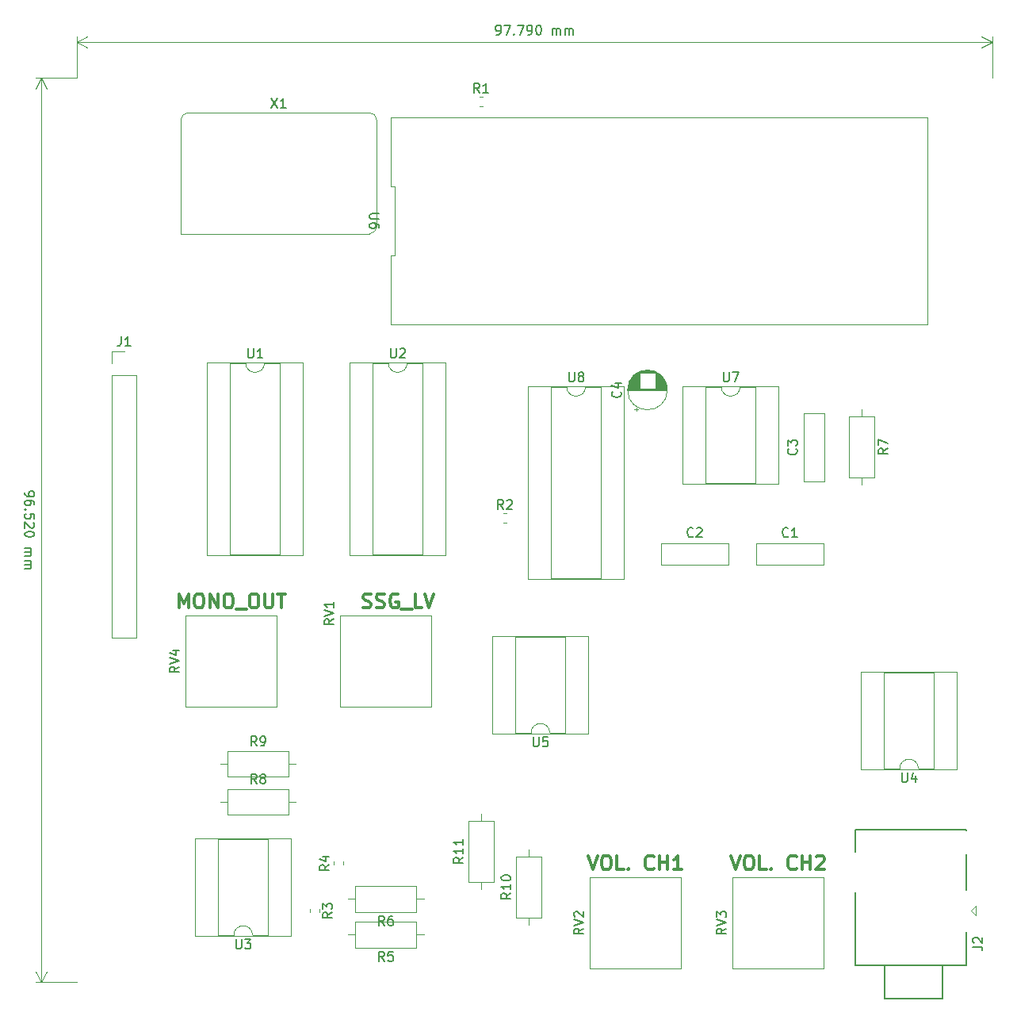
<source format=gto>
G04 #@! TF.GenerationSoftware,KiCad,Pcbnew,(5.1.4)-1*
G04 #@! TF.CreationDate,2020-01-15T00:46:40+09:00*
G04 #@! TF.ProjectId,m5fm,6d35666d-2e6b-4696-9361-645f70636258,rev?*
G04 #@! TF.SameCoordinates,Original*
G04 #@! TF.FileFunction,Legend,Top*
G04 #@! TF.FilePolarity,Positive*
%FSLAX46Y46*%
G04 Gerber Fmt 4.6, Leading zero omitted, Abs format (unit mm)*
G04 Created by KiCad (PCBNEW (5.1.4)-1) date 2020-01-15 00:46:40*
%MOMM*%
%LPD*%
G04 APERTURE LIST*
%ADD10C,0.300000*%
%ADD11C,0.150000*%
%ADD12C,0.120000*%
G04 APERTURE END LIST*
D10*
X92805714Y-84427142D02*
X93020000Y-84498571D01*
X93377142Y-84498571D01*
X93520000Y-84427142D01*
X93591428Y-84355714D01*
X93662857Y-84212857D01*
X93662857Y-84070000D01*
X93591428Y-83927142D01*
X93520000Y-83855714D01*
X93377142Y-83784285D01*
X93091428Y-83712857D01*
X92948571Y-83641428D01*
X92877142Y-83570000D01*
X92805714Y-83427142D01*
X92805714Y-83284285D01*
X92877142Y-83141428D01*
X92948571Y-83070000D01*
X93091428Y-82998571D01*
X93448571Y-82998571D01*
X93662857Y-83070000D01*
X94234285Y-84427142D02*
X94448571Y-84498571D01*
X94805714Y-84498571D01*
X94948571Y-84427142D01*
X95020000Y-84355714D01*
X95091428Y-84212857D01*
X95091428Y-84070000D01*
X95020000Y-83927142D01*
X94948571Y-83855714D01*
X94805714Y-83784285D01*
X94520000Y-83712857D01*
X94377142Y-83641428D01*
X94305714Y-83570000D01*
X94234285Y-83427142D01*
X94234285Y-83284285D01*
X94305714Y-83141428D01*
X94377142Y-83070000D01*
X94520000Y-82998571D01*
X94877142Y-82998571D01*
X95091428Y-83070000D01*
X96520000Y-83070000D02*
X96377142Y-82998571D01*
X96162857Y-82998571D01*
X95948571Y-83070000D01*
X95805714Y-83212857D01*
X95734285Y-83355714D01*
X95662857Y-83641428D01*
X95662857Y-83855714D01*
X95734285Y-84141428D01*
X95805714Y-84284285D01*
X95948571Y-84427142D01*
X96162857Y-84498571D01*
X96305714Y-84498571D01*
X96520000Y-84427142D01*
X96591428Y-84355714D01*
X96591428Y-83855714D01*
X96305714Y-83855714D01*
X96877142Y-84641428D02*
X98020000Y-84641428D01*
X99091428Y-84498571D02*
X98377142Y-84498571D01*
X98377142Y-82998571D01*
X99377142Y-82998571D02*
X99877142Y-84498571D01*
X100377142Y-82998571D01*
X73168571Y-84498571D02*
X73168571Y-82998571D01*
X73668571Y-84070000D01*
X74168571Y-82998571D01*
X74168571Y-84498571D01*
X75168571Y-82998571D02*
X75454285Y-82998571D01*
X75597142Y-83070000D01*
X75740000Y-83212857D01*
X75811428Y-83498571D01*
X75811428Y-83998571D01*
X75740000Y-84284285D01*
X75597142Y-84427142D01*
X75454285Y-84498571D01*
X75168571Y-84498571D01*
X75025714Y-84427142D01*
X74882857Y-84284285D01*
X74811428Y-83998571D01*
X74811428Y-83498571D01*
X74882857Y-83212857D01*
X75025714Y-83070000D01*
X75168571Y-82998571D01*
X76454285Y-84498571D02*
X76454285Y-82998571D01*
X77311428Y-84498571D01*
X77311428Y-82998571D01*
X78311428Y-82998571D02*
X78597142Y-82998571D01*
X78740000Y-83070000D01*
X78882857Y-83212857D01*
X78954285Y-83498571D01*
X78954285Y-83998571D01*
X78882857Y-84284285D01*
X78740000Y-84427142D01*
X78597142Y-84498571D01*
X78311428Y-84498571D01*
X78168571Y-84427142D01*
X78025714Y-84284285D01*
X77954285Y-83998571D01*
X77954285Y-83498571D01*
X78025714Y-83212857D01*
X78168571Y-83070000D01*
X78311428Y-82998571D01*
X79240000Y-84641428D02*
X80382857Y-84641428D01*
X81025714Y-82998571D02*
X81311428Y-82998571D01*
X81454285Y-83070000D01*
X81597142Y-83212857D01*
X81668571Y-83498571D01*
X81668571Y-83998571D01*
X81597142Y-84284285D01*
X81454285Y-84427142D01*
X81311428Y-84498571D01*
X81025714Y-84498571D01*
X80882857Y-84427142D01*
X80740000Y-84284285D01*
X80668571Y-83998571D01*
X80668571Y-83498571D01*
X80740000Y-83212857D01*
X80882857Y-83070000D01*
X81025714Y-82998571D01*
X82311428Y-82998571D02*
X82311428Y-84212857D01*
X82382857Y-84355714D01*
X82454285Y-84427142D01*
X82597142Y-84498571D01*
X82882857Y-84498571D01*
X83025714Y-84427142D01*
X83097142Y-84355714D01*
X83168571Y-84212857D01*
X83168571Y-82998571D01*
X83668571Y-82998571D02*
X84525714Y-82998571D01*
X84097142Y-84498571D02*
X84097142Y-82998571D01*
X116848571Y-110938571D02*
X117348571Y-112438571D01*
X117848571Y-110938571D01*
X118634285Y-110938571D02*
X118920000Y-110938571D01*
X119062857Y-111010000D01*
X119205714Y-111152857D01*
X119277142Y-111438571D01*
X119277142Y-111938571D01*
X119205714Y-112224285D01*
X119062857Y-112367142D01*
X118920000Y-112438571D01*
X118634285Y-112438571D01*
X118491428Y-112367142D01*
X118348571Y-112224285D01*
X118277142Y-111938571D01*
X118277142Y-111438571D01*
X118348571Y-111152857D01*
X118491428Y-111010000D01*
X118634285Y-110938571D01*
X120634285Y-112438571D02*
X119920000Y-112438571D01*
X119920000Y-110938571D01*
X121134285Y-112295714D02*
X121205714Y-112367142D01*
X121134285Y-112438571D01*
X121062857Y-112367142D01*
X121134285Y-112295714D01*
X121134285Y-112438571D01*
X123848571Y-112295714D02*
X123777142Y-112367142D01*
X123562857Y-112438571D01*
X123420000Y-112438571D01*
X123205714Y-112367142D01*
X123062857Y-112224285D01*
X122991428Y-112081428D01*
X122920000Y-111795714D01*
X122920000Y-111581428D01*
X122991428Y-111295714D01*
X123062857Y-111152857D01*
X123205714Y-111010000D01*
X123420000Y-110938571D01*
X123562857Y-110938571D01*
X123777142Y-111010000D01*
X123848571Y-111081428D01*
X124491428Y-112438571D02*
X124491428Y-110938571D01*
X124491428Y-111652857D02*
X125348571Y-111652857D01*
X125348571Y-112438571D02*
X125348571Y-110938571D01*
X126848571Y-112438571D02*
X125991428Y-112438571D01*
X126420000Y-112438571D02*
X126420000Y-110938571D01*
X126277142Y-111152857D01*
X126134285Y-111295714D01*
X125991428Y-111367142D01*
X132088571Y-110938571D02*
X132588571Y-112438571D01*
X133088571Y-110938571D01*
X133874285Y-110938571D02*
X134160000Y-110938571D01*
X134302857Y-111010000D01*
X134445714Y-111152857D01*
X134517142Y-111438571D01*
X134517142Y-111938571D01*
X134445714Y-112224285D01*
X134302857Y-112367142D01*
X134160000Y-112438571D01*
X133874285Y-112438571D01*
X133731428Y-112367142D01*
X133588571Y-112224285D01*
X133517142Y-111938571D01*
X133517142Y-111438571D01*
X133588571Y-111152857D01*
X133731428Y-111010000D01*
X133874285Y-110938571D01*
X135874285Y-112438571D02*
X135160000Y-112438571D01*
X135160000Y-110938571D01*
X136374285Y-112295714D02*
X136445714Y-112367142D01*
X136374285Y-112438571D01*
X136302857Y-112367142D01*
X136374285Y-112295714D01*
X136374285Y-112438571D01*
X139088571Y-112295714D02*
X139017142Y-112367142D01*
X138802857Y-112438571D01*
X138660000Y-112438571D01*
X138445714Y-112367142D01*
X138302857Y-112224285D01*
X138231428Y-112081428D01*
X138160000Y-111795714D01*
X138160000Y-111581428D01*
X138231428Y-111295714D01*
X138302857Y-111152857D01*
X138445714Y-111010000D01*
X138660000Y-110938571D01*
X138802857Y-110938571D01*
X139017142Y-111010000D01*
X139088571Y-111081428D01*
X139731428Y-112438571D02*
X139731428Y-110938571D01*
X139731428Y-111652857D02*
X140588571Y-111652857D01*
X140588571Y-112438571D02*
X140588571Y-110938571D01*
X141231428Y-111081428D02*
X141302857Y-111010000D01*
X141445714Y-110938571D01*
X141802857Y-110938571D01*
X141945714Y-111010000D01*
X142017142Y-111081428D01*
X142088571Y-111224285D01*
X142088571Y-111367142D01*
X142017142Y-111581428D01*
X141160000Y-112438571D01*
X142088571Y-112438571D01*
D11*
X56697619Y-72152380D02*
X56697619Y-72342857D01*
X56745238Y-72438095D01*
X56792857Y-72485714D01*
X56935714Y-72580952D01*
X57126190Y-72628571D01*
X57507142Y-72628571D01*
X57602380Y-72580952D01*
X57650000Y-72533333D01*
X57697619Y-72438095D01*
X57697619Y-72247619D01*
X57650000Y-72152380D01*
X57602380Y-72104761D01*
X57507142Y-72057142D01*
X57269047Y-72057142D01*
X57173809Y-72104761D01*
X57126190Y-72152380D01*
X57078571Y-72247619D01*
X57078571Y-72438095D01*
X57126190Y-72533333D01*
X57173809Y-72580952D01*
X57269047Y-72628571D01*
X57697619Y-73485714D02*
X57697619Y-73295238D01*
X57650000Y-73200000D01*
X57602380Y-73152380D01*
X57459523Y-73057142D01*
X57269047Y-73009523D01*
X56888095Y-73009523D01*
X56792857Y-73057142D01*
X56745238Y-73104761D01*
X56697619Y-73200000D01*
X56697619Y-73390476D01*
X56745238Y-73485714D01*
X56792857Y-73533333D01*
X56888095Y-73580952D01*
X57126190Y-73580952D01*
X57221428Y-73533333D01*
X57269047Y-73485714D01*
X57316666Y-73390476D01*
X57316666Y-73200000D01*
X57269047Y-73104761D01*
X57221428Y-73057142D01*
X57126190Y-73009523D01*
X56792857Y-74009523D02*
X56745238Y-74057142D01*
X56697619Y-74009523D01*
X56745238Y-73961904D01*
X56792857Y-74009523D01*
X56697619Y-74009523D01*
X57697619Y-74961904D02*
X57697619Y-74485714D01*
X57221428Y-74438095D01*
X57269047Y-74485714D01*
X57316666Y-74580952D01*
X57316666Y-74819047D01*
X57269047Y-74914285D01*
X57221428Y-74961904D01*
X57126190Y-75009523D01*
X56888095Y-75009523D01*
X56792857Y-74961904D01*
X56745238Y-74914285D01*
X56697619Y-74819047D01*
X56697619Y-74580952D01*
X56745238Y-74485714D01*
X56792857Y-74438095D01*
X57602380Y-75390476D02*
X57650000Y-75438095D01*
X57697619Y-75533333D01*
X57697619Y-75771428D01*
X57650000Y-75866666D01*
X57602380Y-75914285D01*
X57507142Y-75961904D01*
X57411904Y-75961904D01*
X57269047Y-75914285D01*
X56697619Y-75342857D01*
X56697619Y-75961904D01*
X57697619Y-76580952D02*
X57697619Y-76676190D01*
X57650000Y-76771428D01*
X57602380Y-76819047D01*
X57507142Y-76866666D01*
X57316666Y-76914285D01*
X57078571Y-76914285D01*
X56888095Y-76866666D01*
X56792857Y-76819047D01*
X56745238Y-76771428D01*
X56697619Y-76676190D01*
X56697619Y-76580952D01*
X56745238Y-76485714D01*
X56792857Y-76438095D01*
X56888095Y-76390476D01*
X57078571Y-76342857D01*
X57316666Y-76342857D01*
X57507142Y-76390476D01*
X57602380Y-76438095D01*
X57650000Y-76485714D01*
X57697619Y-76580952D01*
X56697619Y-78104761D02*
X57364285Y-78104761D01*
X57269047Y-78104761D02*
X57316666Y-78152380D01*
X57364285Y-78247619D01*
X57364285Y-78390476D01*
X57316666Y-78485714D01*
X57221428Y-78533333D01*
X56697619Y-78533333D01*
X57221428Y-78533333D02*
X57316666Y-78580952D01*
X57364285Y-78676190D01*
X57364285Y-78819047D01*
X57316666Y-78914285D01*
X57221428Y-78961904D01*
X56697619Y-78961904D01*
X56697619Y-79438095D02*
X57364285Y-79438095D01*
X57269047Y-79438095D02*
X57316666Y-79485714D01*
X57364285Y-79580952D01*
X57364285Y-79723809D01*
X57316666Y-79819047D01*
X57221428Y-79866666D01*
X56697619Y-79866666D01*
X57221428Y-79866666D02*
X57316666Y-79914285D01*
X57364285Y-80009523D01*
X57364285Y-80152380D01*
X57316666Y-80247619D01*
X57221428Y-80295238D01*
X56697619Y-80295238D01*
D12*
X58420000Y-27940000D02*
X58420000Y-124460000D01*
X62230000Y-27940000D02*
X57833579Y-27940000D01*
X62230000Y-124460000D02*
X57833579Y-124460000D01*
X58420000Y-124460000D02*
X57833579Y-123333496D01*
X58420000Y-124460000D02*
X59006421Y-123333496D01*
X58420000Y-27940000D02*
X57833579Y-29066504D01*
X58420000Y-27940000D02*
X59006421Y-29066504D01*
D11*
X107077380Y-23312380D02*
X107267857Y-23312380D01*
X107363095Y-23264761D01*
X107410714Y-23217142D01*
X107505952Y-23074285D01*
X107553571Y-22883809D01*
X107553571Y-22502857D01*
X107505952Y-22407619D01*
X107458333Y-22360000D01*
X107363095Y-22312380D01*
X107172619Y-22312380D01*
X107077380Y-22360000D01*
X107029761Y-22407619D01*
X106982142Y-22502857D01*
X106982142Y-22740952D01*
X107029761Y-22836190D01*
X107077380Y-22883809D01*
X107172619Y-22931428D01*
X107363095Y-22931428D01*
X107458333Y-22883809D01*
X107505952Y-22836190D01*
X107553571Y-22740952D01*
X107886904Y-22312380D02*
X108553571Y-22312380D01*
X108125000Y-23312380D01*
X108934523Y-23217142D02*
X108982142Y-23264761D01*
X108934523Y-23312380D01*
X108886904Y-23264761D01*
X108934523Y-23217142D01*
X108934523Y-23312380D01*
X109315476Y-22312380D02*
X109982142Y-22312380D01*
X109553571Y-23312380D01*
X110410714Y-23312380D02*
X110601190Y-23312380D01*
X110696428Y-23264761D01*
X110744047Y-23217142D01*
X110839285Y-23074285D01*
X110886904Y-22883809D01*
X110886904Y-22502857D01*
X110839285Y-22407619D01*
X110791666Y-22360000D01*
X110696428Y-22312380D01*
X110505952Y-22312380D01*
X110410714Y-22360000D01*
X110363095Y-22407619D01*
X110315476Y-22502857D01*
X110315476Y-22740952D01*
X110363095Y-22836190D01*
X110410714Y-22883809D01*
X110505952Y-22931428D01*
X110696428Y-22931428D01*
X110791666Y-22883809D01*
X110839285Y-22836190D01*
X110886904Y-22740952D01*
X111505952Y-22312380D02*
X111601190Y-22312380D01*
X111696428Y-22360000D01*
X111744047Y-22407619D01*
X111791666Y-22502857D01*
X111839285Y-22693333D01*
X111839285Y-22931428D01*
X111791666Y-23121904D01*
X111744047Y-23217142D01*
X111696428Y-23264761D01*
X111601190Y-23312380D01*
X111505952Y-23312380D01*
X111410714Y-23264761D01*
X111363095Y-23217142D01*
X111315476Y-23121904D01*
X111267857Y-22931428D01*
X111267857Y-22693333D01*
X111315476Y-22502857D01*
X111363095Y-22407619D01*
X111410714Y-22360000D01*
X111505952Y-22312380D01*
X113029761Y-23312380D02*
X113029761Y-22645714D01*
X113029761Y-22740952D02*
X113077380Y-22693333D01*
X113172619Y-22645714D01*
X113315476Y-22645714D01*
X113410714Y-22693333D01*
X113458333Y-22788571D01*
X113458333Y-23312380D01*
X113458333Y-22788571D02*
X113505952Y-22693333D01*
X113601190Y-22645714D01*
X113744047Y-22645714D01*
X113839285Y-22693333D01*
X113886904Y-22788571D01*
X113886904Y-23312380D01*
X114363095Y-23312380D02*
X114363095Y-22645714D01*
X114363095Y-22740952D02*
X114410714Y-22693333D01*
X114505952Y-22645714D01*
X114648809Y-22645714D01*
X114744047Y-22693333D01*
X114791666Y-22788571D01*
X114791666Y-23312380D01*
X114791666Y-22788571D02*
X114839285Y-22693333D01*
X114934523Y-22645714D01*
X115077380Y-22645714D01*
X115172619Y-22693333D01*
X115220238Y-22788571D01*
X115220238Y-23312380D01*
D12*
X62230000Y-24130000D02*
X160020000Y-24130000D01*
X62230000Y-27940000D02*
X62230000Y-23543579D01*
X160020000Y-27940000D02*
X160020000Y-23543579D01*
X160020000Y-24130000D02*
X158893496Y-24716421D01*
X160020000Y-24130000D02*
X158893496Y-23543579D01*
X62230000Y-24130000D02*
X63356504Y-24716421D01*
X62230000Y-24130000D02*
X63356504Y-23543579D01*
X90680000Y-111931267D02*
X90680000Y-111588733D01*
X89660000Y-111931267D02*
X89660000Y-111588733D01*
X87120000Y-116668733D02*
X87120000Y-117011267D01*
X88140000Y-116668733D02*
X88140000Y-117011267D01*
X139850000Y-63730000D02*
X142090000Y-63730000D01*
X139850000Y-70970000D02*
X142090000Y-70970000D01*
X142090000Y-70970000D02*
X142090000Y-63730000D01*
X139850000Y-70970000D02*
X139850000Y-63730000D01*
X95801000Y-46854999D02*
X95801000Y-54204999D01*
X96161000Y-46854999D02*
X95801000Y-46854999D01*
X96161000Y-39505000D02*
X96161000Y-46854999D01*
X95801000Y-39505000D02*
X96161000Y-39505000D01*
X95801000Y-32155000D02*
X95801000Y-39505000D01*
X153119000Y-32155001D02*
X95801000Y-32155000D01*
X153119000Y-54205000D02*
X153119000Y-32155001D01*
X95801000Y-54204999D02*
X153119000Y-54205000D01*
X145990000Y-101720000D02*
X156270000Y-101720000D01*
X145990000Y-91320000D02*
X145990000Y-101720000D01*
X156270000Y-91320000D02*
X145990000Y-91320000D01*
X156270000Y-101720000D02*
X156270000Y-91320000D01*
X148480000Y-101660000D02*
X150130000Y-101660000D01*
X148480000Y-91380000D02*
X148480000Y-101660000D01*
X153780000Y-91380000D02*
X148480000Y-91380000D01*
X153780000Y-101660000D02*
X153780000Y-91380000D01*
X152130000Y-101660000D02*
X153780000Y-101660000D01*
X150130000Y-101660000D02*
G75*
G02X152130000Y-101660000I1000000J0D01*
G01*
X73855000Y-85300000D02*
X83625000Y-85300000D01*
X73855000Y-95070000D02*
X83625000Y-95070000D01*
X83625000Y-95070000D02*
X83625000Y-85300000D01*
X73855000Y-95070000D02*
X73855000Y-85300000D01*
X134770000Y-77620000D02*
X142010000Y-77620000D01*
X134770000Y-79860000D02*
X142010000Y-79860000D01*
X134770000Y-77620000D02*
X134770000Y-79860000D01*
X142010000Y-77620000D02*
X142010000Y-79860000D01*
X131850000Y-77620000D02*
X131850000Y-79860000D01*
X124610000Y-77620000D02*
X124610000Y-79860000D01*
X124610000Y-79860000D02*
X131850000Y-79860000D01*
X124610000Y-77620000D02*
X131850000Y-77620000D01*
X125310000Y-61230000D02*
G75*
G03X125310000Y-61230000I-2120000J0D01*
G01*
X121110000Y-61230000D02*
X125270000Y-61230000D01*
X121110000Y-61190000D02*
X125270000Y-61190000D01*
X121111000Y-61150000D02*
X125269000Y-61150000D01*
X121113000Y-61110000D02*
X125267000Y-61110000D01*
X121116000Y-61070000D02*
X125264000Y-61070000D01*
X121119000Y-61030000D02*
X122350000Y-61030000D01*
X124030000Y-61030000D02*
X125261000Y-61030000D01*
X121123000Y-60990000D02*
X122350000Y-60990000D01*
X124030000Y-60990000D02*
X125257000Y-60990000D01*
X121128000Y-60950000D02*
X122350000Y-60950000D01*
X124030000Y-60950000D02*
X125252000Y-60950000D01*
X121134000Y-60910000D02*
X122350000Y-60910000D01*
X124030000Y-60910000D02*
X125246000Y-60910000D01*
X121140000Y-60870000D02*
X122350000Y-60870000D01*
X124030000Y-60870000D02*
X125240000Y-60870000D01*
X121148000Y-60830000D02*
X122350000Y-60830000D01*
X124030000Y-60830000D02*
X125232000Y-60830000D01*
X121156000Y-60790000D02*
X122350000Y-60790000D01*
X124030000Y-60790000D02*
X125224000Y-60790000D01*
X121165000Y-60750000D02*
X122350000Y-60750000D01*
X124030000Y-60750000D02*
X125215000Y-60750000D01*
X121174000Y-60710000D02*
X122350000Y-60710000D01*
X124030000Y-60710000D02*
X125206000Y-60710000D01*
X121185000Y-60670000D02*
X122350000Y-60670000D01*
X124030000Y-60670000D02*
X125195000Y-60670000D01*
X121196000Y-60630000D02*
X122350000Y-60630000D01*
X124030000Y-60630000D02*
X125184000Y-60630000D01*
X121208000Y-60590000D02*
X122350000Y-60590000D01*
X124030000Y-60590000D02*
X125172000Y-60590000D01*
X121222000Y-60550000D02*
X122350000Y-60550000D01*
X124030000Y-60550000D02*
X125158000Y-60550000D01*
X121236000Y-60509000D02*
X122350000Y-60509000D01*
X124030000Y-60509000D02*
X125144000Y-60509000D01*
X121250000Y-60469000D02*
X122350000Y-60469000D01*
X124030000Y-60469000D02*
X125130000Y-60469000D01*
X121266000Y-60429000D02*
X122350000Y-60429000D01*
X124030000Y-60429000D02*
X125114000Y-60429000D01*
X121283000Y-60389000D02*
X122350000Y-60389000D01*
X124030000Y-60389000D02*
X125097000Y-60389000D01*
X121301000Y-60349000D02*
X122350000Y-60349000D01*
X124030000Y-60349000D02*
X125079000Y-60349000D01*
X121320000Y-60309000D02*
X122350000Y-60309000D01*
X124030000Y-60309000D02*
X125060000Y-60309000D01*
X121339000Y-60269000D02*
X122350000Y-60269000D01*
X124030000Y-60269000D02*
X125041000Y-60269000D01*
X121360000Y-60229000D02*
X122350000Y-60229000D01*
X124030000Y-60229000D02*
X125020000Y-60229000D01*
X121382000Y-60189000D02*
X122350000Y-60189000D01*
X124030000Y-60189000D02*
X124998000Y-60189000D01*
X121405000Y-60149000D02*
X122350000Y-60149000D01*
X124030000Y-60149000D02*
X124975000Y-60149000D01*
X121430000Y-60109000D02*
X122350000Y-60109000D01*
X124030000Y-60109000D02*
X124950000Y-60109000D01*
X121455000Y-60069000D02*
X122350000Y-60069000D01*
X124030000Y-60069000D02*
X124925000Y-60069000D01*
X121482000Y-60029000D02*
X122350000Y-60029000D01*
X124030000Y-60029000D02*
X124898000Y-60029000D01*
X121510000Y-59989000D02*
X122350000Y-59989000D01*
X124030000Y-59989000D02*
X124870000Y-59989000D01*
X121540000Y-59949000D02*
X122350000Y-59949000D01*
X124030000Y-59949000D02*
X124840000Y-59949000D01*
X121571000Y-59909000D02*
X122350000Y-59909000D01*
X124030000Y-59909000D02*
X124809000Y-59909000D01*
X121603000Y-59869000D02*
X122350000Y-59869000D01*
X124030000Y-59869000D02*
X124777000Y-59869000D01*
X121638000Y-59829000D02*
X122350000Y-59829000D01*
X124030000Y-59829000D02*
X124742000Y-59829000D01*
X121674000Y-59789000D02*
X122350000Y-59789000D01*
X124030000Y-59789000D02*
X124706000Y-59789000D01*
X121712000Y-59749000D02*
X122350000Y-59749000D01*
X124030000Y-59749000D02*
X124668000Y-59749000D01*
X121752000Y-59709000D02*
X122350000Y-59709000D01*
X124030000Y-59709000D02*
X124628000Y-59709000D01*
X121794000Y-59669000D02*
X122350000Y-59669000D01*
X124030000Y-59669000D02*
X124586000Y-59669000D01*
X121839000Y-59629000D02*
X122350000Y-59629000D01*
X124030000Y-59629000D02*
X124541000Y-59629000D01*
X121886000Y-59589000D02*
X122350000Y-59589000D01*
X124030000Y-59589000D02*
X124494000Y-59589000D01*
X121936000Y-59549000D02*
X122350000Y-59549000D01*
X124030000Y-59549000D02*
X124444000Y-59549000D01*
X121990000Y-59509000D02*
X122350000Y-59509000D01*
X124030000Y-59509000D02*
X124390000Y-59509000D01*
X122048000Y-59469000D02*
X122350000Y-59469000D01*
X124030000Y-59469000D02*
X124332000Y-59469000D01*
X122110000Y-59429000D02*
X122350000Y-59429000D01*
X124030000Y-59429000D02*
X124270000Y-59429000D01*
X122177000Y-59389000D02*
X124203000Y-59389000D01*
X122250000Y-59349000D02*
X124130000Y-59349000D01*
X122331000Y-59309000D02*
X124049000Y-59309000D01*
X122422000Y-59269000D02*
X123958000Y-59269000D01*
X122526000Y-59229000D02*
X123854000Y-59229000D01*
X122653000Y-59189000D02*
X123727000Y-59189000D01*
X122820000Y-59149000D02*
X123560000Y-59149000D01*
X121995000Y-63499801D02*
X121995000Y-63099801D01*
X121795000Y-63299801D02*
X122195000Y-63299801D01*
X65980000Y-87690000D02*
X68640000Y-87690000D01*
X65980000Y-59690000D02*
X65980000Y-87690000D01*
X68640000Y-59690000D02*
X68640000Y-87690000D01*
X65980000Y-59690000D02*
X68640000Y-59690000D01*
X65980000Y-58420000D02*
X65980000Y-57090000D01*
X65980000Y-57090000D02*
X67310000Y-57090000D01*
X158260000Y-116340000D02*
X157710000Y-116840000D01*
X158260000Y-117340000D02*
X158260000Y-116340000D01*
X157710000Y-116840000D02*
X158260000Y-117340000D01*
D11*
X145410000Y-122640000D02*
X145410000Y-114890000D01*
X145410000Y-110540000D02*
X145410000Y-108140000D01*
X145410000Y-108140000D02*
X157210000Y-108140000D01*
X157210000Y-108140000D02*
X157210000Y-108240000D01*
X157210000Y-110840000D02*
X157210000Y-114590000D01*
X157210000Y-119090000D02*
X157210000Y-122640000D01*
X157210000Y-122640000D02*
X145410000Y-122640000D01*
X148510000Y-122640000D02*
X148510000Y-126240000D01*
X148510000Y-126240000D02*
X154710000Y-126240000D01*
X154710000Y-126240000D02*
X154710000Y-122640000D01*
D12*
X105238733Y-30990000D02*
X105581267Y-30990000D01*
X105238733Y-29970000D02*
X105581267Y-29970000D01*
X107778733Y-74420000D02*
X108121267Y-74420000D01*
X107778733Y-75440000D02*
X108121267Y-75440000D01*
X91210000Y-119380000D02*
X91980000Y-119380000D01*
X99290000Y-119380000D02*
X98520000Y-119380000D01*
X91980000Y-120750000D02*
X98520000Y-120750000D01*
X91980000Y-118010000D02*
X91980000Y-120750000D01*
X98520000Y-118010000D02*
X91980000Y-118010000D01*
X98520000Y-120750000D02*
X98520000Y-118010000D01*
X98520000Y-116940000D02*
X98520000Y-114200000D01*
X98520000Y-114200000D02*
X91980000Y-114200000D01*
X91980000Y-114200000D02*
X91980000Y-116940000D01*
X91980000Y-116940000D02*
X98520000Y-116940000D01*
X99290000Y-115570000D02*
X98520000Y-115570000D01*
X91210000Y-115570000D02*
X91980000Y-115570000D01*
X146050000Y-71350000D02*
X146050000Y-70580000D01*
X146050000Y-63270000D02*
X146050000Y-64040000D01*
X147420000Y-70580000D02*
X147420000Y-64040000D01*
X144680000Y-70580000D02*
X147420000Y-70580000D01*
X144680000Y-64040000D02*
X144680000Y-70580000D01*
X147420000Y-64040000D02*
X144680000Y-64040000D01*
X78345000Y-103815000D02*
X78345000Y-106555000D01*
X78345000Y-106555000D02*
X84885000Y-106555000D01*
X84885000Y-106555000D02*
X84885000Y-103815000D01*
X84885000Y-103815000D02*
X78345000Y-103815000D01*
X77575000Y-105185000D02*
X78345000Y-105185000D01*
X85655000Y-105185000D02*
X84885000Y-105185000D01*
X78345000Y-99765000D02*
X78345000Y-102505000D01*
X78345000Y-102505000D02*
X84885000Y-102505000D01*
X84885000Y-102505000D02*
X84885000Y-99765000D01*
X84885000Y-99765000D02*
X78345000Y-99765000D01*
X77575000Y-101135000D02*
X78345000Y-101135000D01*
X85655000Y-101135000D02*
X84885000Y-101135000D01*
X110490000Y-110260000D02*
X110490000Y-111030000D01*
X110490000Y-118340000D02*
X110490000Y-117570000D01*
X109120000Y-111030000D02*
X109120000Y-117570000D01*
X111860000Y-111030000D02*
X109120000Y-111030000D01*
X111860000Y-117570000D02*
X111860000Y-111030000D01*
X109120000Y-117570000D02*
X111860000Y-117570000D01*
X104040000Y-113760000D02*
X106780000Y-113760000D01*
X106780000Y-113760000D02*
X106780000Y-107220000D01*
X106780000Y-107220000D02*
X104040000Y-107220000D01*
X104040000Y-107220000D02*
X104040000Y-113760000D01*
X105410000Y-114530000D02*
X105410000Y-113760000D01*
X105410000Y-106450000D02*
X105410000Y-107220000D01*
X90365000Y-95070000D02*
X90365000Y-85300000D01*
X100135000Y-95070000D02*
X100135000Y-85300000D01*
X90365000Y-95070000D02*
X100135000Y-95070000D01*
X90365000Y-85300000D02*
X100135000Y-85300000D01*
X117035000Y-123010000D02*
X117035000Y-113240000D01*
X126805000Y-123010000D02*
X126805000Y-113240000D01*
X117035000Y-123010000D02*
X126805000Y-123010000D01*
X117035000Y-113240000D02*
X126805000Y-113240000D01*
X132275000Y-113240000D02*
X142045000Y-113240000D01*
X132275000Y-123010000D02*
X142045000Y-123010000D01*
X142045000Y-123010000D02*
X142045000Y-113240000D01*
X132275000Y-123010000D02*
X132275000Y-113240000D01*
X82280000Y-58360000D02*
G75*
G02X80280000Y-58360000I-1000000J0D01*
G01*
X80280000Y-58360000D02*
X78630000Y-58360000D01*
X78630000Y-58360000D02*
X78630000Y-78800000D01*
X78630000Y-78800000D02*
X83930000Y-78800000D01*
X83930000Y-78800000D02*
X83930000Y-58360000D01*
X83930000Y-58360000D02*
X82280000Y-58360000D01*
X76140000Y-58300000D02*
X76140000Y-78860000D01*
X76140000Y-78860000D02*
X86420000Y-78860000D01*
X86420000Y-78860000D02*
X86420000Y-58300000D01*
X86420000Y-58300000D02*
X76140000Y-58300000D01*
X97520000Y-58360000D02*
G75*
G02X95520000Y-58360000I-1000000J0D01*
G01*
X95520000Y-58360000D02*
X93870000Y-58360000D01*
X93870000Y-58360000D02*
X93870000Y-78800000D01*
X93870000Y-78800000D02*
X99170000Y-78800000D01*
X99170000Y-78800000D02*
X99170000Y-58360000D01*
X99170000Y-58360000D02*
X97520000Y-58360000D01*
X91380000Y-58300000D02*
X91380000Y-78860000D01*
X91380000Y-78860000D02*
X101660000Y-78860000D01*
X101660000Y-78860000D02*
X101660000Y-58300000D01*
X101660000Y-58300000D02*
X91380000Y-58300000D01*
X74870000Y-119500000D02*
X85150000Y-119500000D01*
X74870000Y-109100000D02*
X74870000Y-119500000D01*
X85150000Y-109100000D02*
X74870000Y-109100000D01*
X85150000Y-119500000D02*
X85150000Y-109100000D01*
X77360000Y-119440000D02*
X79010000Y-119440000D01*
X77360000Y-109160000D02*
X77360000Y-119440000D01*
X82660000Y-109160000D02*
X77360000Y-109160000D01*
X82660000Y-119440000D02*
X82660000Y-109160000D01*
X81010000Y-119440000D02*
X82660000Y-119440000D01*
X79010000Y-119440000D02*
G75*
G02X81010000Y-119440000I1000000J0D01*
G01*
X120710000Y-60840000D02*
X110430000Y-60840000D01*
X120710000Y-81400000D02*
X120710000Y-60840000D01*
X110430000Y-81400000D02*
X120710000Y-81400000D01*
X110430000Y-60840000D02*
X110430000Y-81400000D01*
X118220000Y-60900000D02*
X116570000Y-60900000D01*
X118220000Y-81340000D02*
X118220000Y-60900000D01*
X112920000Y-81340000D02*
X118220000Y-81340000D01*
X112920000Y-60900000D02*
X112920000Y-81340000D01*
X114570000Y-60900000D02*
X112920000Y-60900000D01*
X116570000Y-60900000D02*
G75*
G02X114570000Y-60900000I-1000000J0D01*
G01*
X110760000Y-97850000D02*
G75*
G02X112760000Y-97850000I1000000J0D01*
G01*
X112760000Y-97850000D02*
X114410000Y-97850000D01*
X114410000Y-97850000D02*
X114410000Y-87570000D01*
X114410000Y-87570000D02*
X109110000Y-87570000D01*
X109110000Y-87570000D02*
X109110000Y-97850000D01*
X109110000Y-97850000D02*
X110760000Y-97850000D01*
X116900000Y-97910000D02*
X116900000Y-87510000D01*
X116900000Y-87510000D02*
X106620000Y-87510000D01*
X106620000Y-87510000D02*
X106620000Y-97910000D01*
X106620000Y-97910000D02*
X116900000Y-97910000D01*
X137220000Y-60840000D02*
X126940000Y-60840000D01*
X137220000Y-71240000D02*
X137220000Y-60840000D01*
X126940000Y-71240000D02*
X137220000Y-71240000D01*
X126940000Y-60840000D02*
X126940000Y-71240000D01*
X134730000Y-60900000D02*
X133080000Y-60900000D01*
X134730000Y-71180000D02*
X134730000Y-60900000D01*
X129430000Y-71180000D02*
X134730000Y-71180000D01*
X129430000Y-60900000D02*
X129430000Y-71180000D01*
X131080000Y-60900000D02*
X129430000Y-60900000D01*
X133080000Y-60900000D02*
G75*
G02X131080000Y-60900000I-1000000J0D01*
G01*
X73370000Y-32400000D02*
X73370000Y-44550000D01*
X93520000Y-31650000D02*
X74120000Y-31650000D01*
X94270000Y-43800000D02*
X94270000Y-32400000D01*
X73370000Y-44550000D02*
X93520000Y-44550000D01*
X93520000Y-44550000D02*
G75*
G03X94270000Y-43800000I0J750000D01*
G01*
X94270000Y-32400000D02*
G75*
G03X93520000Y-31650000I-750000J0D01*
G01*
X74120000Y-31650000D02*
G75*
G03X73370000Y-32400000I0J-750000D01*
G01*
D11*
X89192380Y-111926666D02*
X88716190Y-112260000D01*
X89192380Y-112498095D02*
X88192380Y-112498095D01*
X88192380Y-112117142D01*
X88240000Y-112021904D01*
X88287619Y-111974285D01*
X88382857Y-111926666D01*
X88525714Y-111926666D01*
X88620952Y-111974285D01*
X88668571Y-112021904D01*
X88716190Y-112117142D01*
X88716190Y-112498095D01*
X88525714Y-111069523D02*
X89192380Y-111069523D01*
X88144761Y-111307619D02*
X88859047Y-111545714D01*
X88859047Y-110926666D01*
X89512380Y-117006666D02*
X89036190Y-117340000D01*
X89512380Y-117578095D02*
X88512380Y-117578095D01*
X88512380Y-117197142D01*
X88560000Y-117101904D01*
X88607619Y-117054285D01*
X88702857Y-117006666D01*
X88845714Y-117006666D01*
X88940952Y-117054285D01*
X88988571Y-117101904D01*
X89036190Y-117197142D01*
X89036190Y-117578095D01*
X88512380Y-116673333D02*
X88512380Y-116054285D01*
X88893333Y-116387619D01*
X88893333Y-116244761D01*
X88940952Y-116149523D01*
X88988571Y-116101904D01*
X89083809Y-116054285D01*
X89321904Y-116054285D01*
X89417142Y-116101904D01*
X89464761Y-116149523D01*
X89512380Y-116244761D01*
X89512380Y-116530476D01*
X89464761Y-116625714D01*
X89417142Y-116673333D01*
X139077142Y-67516666D02*
X139124761Y-67564285D01*
X139172380Y-67707142D01*
X139172380Y-67802380D01*
X139124761Y-67945238D01*
X139029523Y-68040476D01*
X138934285Y-68088095D01*
X138743809Y-68135714D01*
X138600952Y-68135714D01*
X138410476Y-68088095D01*
X138315238Y-68040476D01*
X138220000Y-67945238D01*
X138172380Y-67802380D01*
X138172380Y-67707142D01*
X138220000Y-67564285D01*
X138267619Y-67516666D01*
X138172380Y-67183333D02*
X138172380Y-66564285D01*
X138553333Y-66897619D01*
X138553333Y-66754761D01*
X138600952Y-66659523D01*
X138648571Y-66611904D01*
X138743809Y-66564285D01*
X138981904Y-66564285D01*
X139077142Y-66611904D01*
X139124761Y-66659523D01*
X139172380Y-66754761D01*
X139172380Y-67040476D01*
X139124761Y-67135714D01*
X139077142Y-67183333D01*
X94527619Y-42418095D02*
X93718095Y-42418095D01*
X93622857Y-42465714D01*
X93575238Y-42513333D01*
X93527619Y-42608571D01*
X93527619Y-42799047D01*
X93575238Y-42894285D01*
X93622857Y-42941904D01*
X93718095Y-42989523D01*
X94527619Y-42989523D01*
X94527619Y-43894285D02*
X94527619Y-43703809D01*
X94480000Y-43608571D01*
X94432380Y-43560952D01*
X94289523Y-43465714D01*
X94099047Y-43418095D01*
X93718095Y-43418095D01*
X93622857Y-43465714D01*
X93575238Y-43513333D01*
X93527619Y-43608571D01*
X93527619Y-43799047D01*
X93575238Y-43894285D01*
X93622857Y-43941904D01*
X93718095Y-43989523D01*
X93956190Y-43989523D01*
X94051428Y-43941904D01*
X94099047Y-43894285D01*
X94146666Y-43799047D01*
X94146666Y-43608571D01*
X94099047Y-43513333D01*
X94051428Y-43465714D01*
X93956190Y-43418095D01*
X150368095Y-102112380D02*
X150368095Y-102921904D01*
X150415714Y-103017142D01*
X150463333Y-103064761D01*
X150558571Y-103112380D01*
X150749047Y-103112380D01*
X150844285Y-103064761D01*
X150891904Y-103017142D01*
X150939523Y-102921904D01*
X150939523Y-102112380D01*
X151844285Y-102445714D02*
X151844285Y-103112380D01*
X151606190Y-102064761D02*
X151368095Y-102779047D01*
X151987142Y-102779047D01*
X73177380Y-90780238D02*
X72701190Y-91113571D01*
X73177380Y-91351666D02*
X72177380Y-91351666D01*
X72177380Y-90970714D01*
X72225000Y-90875476D01*
X72272619Y-90827857D01*
X72367857Y-90780238D01*
X72510714Y-90780238D01*
X72605952Y-90827857D01*
X72653571Y-90875476D01*
X72701190Y-90970714D01*
X72701190Y-91351666D01*
X72177380Y-90494523D02*
X73177380Y-90161190D01*
X72177380Y-89827857D01*
X72510714Y-89065952D02*
X73177380Y-89065952D01*
X72129761Y-89304047D02*
X72844047Y-89542142D01*
X72844047Y-88923095D01*
X138223333Y-76847142D02*
X138175714Y-76894761D01*
X138032857Y-76942380D01*
X137937619Y-76942380D01*
X137794761Y-76894761D01*
X137699523Y-76799523D01*
X137651904Y-76704285D01*
X137604285Y-76513809D01*
X137604285Y-76370952D01*
X137651904Y-76180476D01*
X137699523Y-76085238D01*
X137794761Y-75990000D01*
X137937619Y-75942380D01*
X138032857Y-75942380D01*
X138175714Y-75990000D01*
X138223333Y-76037619D01*
X139175714Y-76942380D02*
X138604285Y-76942380D01*
X138890000Y-76942380D02*
X138890000Y-75942380D01*
X138794761Y-76085238D01*
X138699523Y-76180476D01*
X138604285Y-76228095D01*
X128063333Y-76847142D02*
X128015714Y-76894761D01*
X127872857Y-76942380D01*
X127777619Y-76942380D01*
X127634761Y-76894761D01*
X127539523Y-76799523D01*
X127491904Y-76704285D01*
X127444285Y-76513809D01*
X127444285Y-76370952D01*
X127491904Y-76180476D01*
X127539523Y-76085238D01*
X127634761Y-75990000D01*
X127777619Y-75942380D01*
X127872857Y-75942380D01*
X128015714Y-75990000D01*
X128063333Y-76037619D01*
X128444285Y-76037619D02*
X128491904Y-75990000D01*
X128587142Y-75942380D01*
X128825238Y-75942380D01*
X128920476Y-75990000D01*
X128968095Y-76037619D01*
X129015714Y-76132857D01*
X129015714Y-76228095D01*
X128968095Y-76370952D01*
X128396666Y-76942380D01*
X129015714Y-76942380D01*
X120297142Y-61396666D02*
X120344761Y-61444285D01*
X120392380Y-61587142D01*
X120392380Y-61682380D01*
X120344761Y-61825238D01*
X120249523Y-61920476D01*
X120154285Y-61968095D01*
X119963809Y-62015714D01*
X119820952Y-62015714D01*
X119630476Y-61968095D01*
X119535238Y-61920476D01*
X119440000Y-61825238D01*
X119392380Y-61682380D01*
X119392380Y-61587142D01*
X119440000Y-61444285D01*
X119487619Y-61396666D01*
X119725714Y-60539523D02*
X120392380Y-60539523D01*
X119344761Y-60777619D02*
X120059047Y-61015714D01*
X120059047Y-60396666D01*
X66976666Y-55542380D02*
X66976666Y-56256666D01*
X66929047Y-56399523D01*
X66833809Y-56494761D01*
X66690952Y-56542380D01*
X66595714Y-56542380D01*
X67976666Y-56542380D02*
X67405238Y-56542380D01*
X67690952Y-56542380D02*
X67690952Y-55542380D01*
X67595714Y-55685238D01*
X67500476Y-55780476D01*
X67405238Y-55828095D01*
X157962380Y-120673333D02*
X158676666Y-120673333D01*
X158819523Y-120720952D01*
X158914761Y-120816190D01*
X158962380Y-120959047D01*
X158962380Y-121054285D01*
X158057619Y-120244761D02*
X158010000Y-120197142D01*
X157962380Y-120101904D01*
X157962380Y-119863809D01*
X158010000Y-119768571D01*
X158057619Y-119720952D01*
X158152857Y-119673333D01*
X158248095Y-119673333D01*
X158390952Y-119720952D01*
X158962380Y-120292380D01*
X158962380Y-119673333D01*
X105243333Y-29502380D02*
X104910000Y-29026190D01*
X104671904Y-29502380D02*
X104671904Y-28502380D01*
X105052857Y-28502380D01*
X105148095Y-28550000D01*
X105195714Y-28597619D01*
X105243333Y-28692857D01*
X105243333Y-28835714D01*
X105195714Y-28930952D01*
X105148095Y-28978571D01*
X105052857Y-29026190D01*
X104671904Y-29026190D01*
X106195714Y-29502380D02*
X105624285Y-29502380D01*
X105910000Y-29502380D02*
X105910000Y-28502380D01*
X105814761Y-28645238D01*
X105719523Y-28740476D01*
X105624285Y-28788095D01*
X107783333Y-73952380D02*
X107450000Y-73476190D01*
X107211904Y-73952380D02*
X107211904Y-72952380D01*
X107592857Y-72952380D01*
X107688095Y-73000000D01*
X107735714Y-73047619D01*
X107783333Y-73142857D01*
X107783333Y-73285714D01*
X107735714Y-73380952D01*
X107688095Y-73428571D01*
X107592857Y-73476190D01*
X107211904Y-73476190D01*
X108164285Y-73047619D02*
X108211904Y-73000000D01*
X108307142Y-72952380D01*
X108545238Y-72952380D01*
X108640476Y-73000000D01*
X108688095Y-73047619D01*
X108735714Y-73142857D01*
X108735714Y-73238095D01*
X108688095Y-73380952D01*
X108116666Y-73952380D01*
X108735714Y-73952380D01*
X95083333Y-122202380D02*
X94750000Y-121726190D01*
X94511904Y-122202380D02*
X94511904Y-121202380D01*
X94892857Y-121202380D01*
X94988095Y-121250000D01*
X95035714Y-121297619D01*
X95083333Y-121392857D01*
X95083333Y-121535714D01*
X95035714Y-121630952D01*
X94988095Y-121678571D01*
X94892857Y-121726190D01*
X94511904Y-121726190D01*
X95988095Y-121202380D02*
X95511904Y-121202380D01*
X95464285Y-121678571D01*
X95511904Y-121630952D01*
X95607142Y-121583333D01*
X95845238Y-121583333D01*
X95940476Y-121630952D01*
X95988095Y-121678571D01*
X96035714Y-121773809D01*
X96035714Y-122011904D01*
X95988095Y-122107142D01*
X95940476Y-122154761D01*
X95845238Y-122202380D01*
X95607142Y-122202380D01*
X95511904Y-122154761D01*
X95464285Y-122107142D01*
X95083333Y-118392380D02*
X94750000Y-117916190D01*
X94511904Y-118392380D02*
X94511904Y-117392380D01*
X94892857Y-117392380D01*
X94988095Y-117440000D01*
X95035714Y-117487619D01*
X95083333Y-117582857D01*
X95083333Y-117725714D01*
X95035714Y-117820952D01*
X94988095Y-117868571D01*
X94892857Y-117916190D01*
X94511904Y-117916190D01*
X95940476Y-117392380D02*
X95750000Y-117392380D01*
X95654761Y-117440000D01*
X95607142Y-117487619D01*
X95511904Y-117630476D01*
X95464285Y-117820952D01*
X95464285Y-118201904D01*
X95511904Y-118297142D01*
X95559523Y-118344761D01*
X95654761Y-118392380D01*
X95845238Y-118392380D01*
X95940476Y-118344761D01*
X95988095Y-118297142D01*
X96035714Y-118201904D01*
X96035714Y-117963809D01*
X95988095Y-117868571D01*
X95940476Y-117820952D01*
X95845238Y-117773333D01*
X95654761Y-117773333D01*
X95559523Y-117820952D01*
X95511904Y-117868571D01*
X95464285Y-117963809D01*
X148872380Y-67476666D02*
X148396190Y-67810000D01*
X148872380Y-68048095D02*
X147872380Y-68048095D01*
X147872380Y-67667142D01*
X147920000Y-67571904D01*
X147967619Y-67524285D01*
X148062857Y-67476666D01*
X148205714Y-67476666D01*
X148300952Y-67524285D01*
X148348571Y-67571904D01*
X148396190Y-67667142D01*
X148396190Y-68048095D01*
X147872380Y-67143333D02*
X147872380Y-66476666D01*
X148872380Y-66905238D01*
X81448333Y-103267380D02*
X81115000Y-102791190D01*
X80876904Y-103267380D02*
X80876904Y-102267380D01*
X81257857Y-102267380D01*
X81353095Y-102315000D01*
X81400714Y-102362619D01*
X81448333Y-102457857D01*
X81448333Y-102600714D01*
X81400714Y-102695952D01*
X81353095Y-102743571D01*
X81257857Y-102791190D01*
X80876904Y-102791190D01*
X82019761Y-102695952D02*
X81924523Y-102648333D01*
X81876904Y-102600714D01*
X81829285Y-102505476D01*
X81829285Y-102457857D01*
X81876904Y-102362619D01*
X81924523Y-102315000D01*
X82019761Y-102267380D01*
X82210238Y-102267380D01*
X82305476Y-102315000D01*
X82353095Y-102362619D01*
X82400714Y-102457857D01*
X82400714Y-102505476D01*
X82353095Y-102600714D01*
X82305476Y-102648333D01*
X82210238Y-102695952D01*
X82019761Y-102695952D01*
X81924523Y-102743571D01*
X81876904Y-102791190D01*
X81829285Y-102886428D01*
X81829285Y-103076904D01*
X81876904Y-103172142D01*
X81924523Y-103219761D01*
X82019761Y-103267380D01*
X82210238Y-103267380D01*
X82305476Y-103219761D01*
X82353095Y-103172142D01*
X82400714Y-103076904D01*
X82400714Y-102886428D01*
X82353095Y-102791190D01*
X82305476Y-102743571D01*
X82210238Y-102695952D01*
X81448333Y-99217380D02*
X81115000Y-98741190D01*
X80876904Y-99217380D02*
X80876904Y-98217380D01*
X81257857Y-98217380D01*
X81353095Y-98265000D01*
X81400714Y-98312619D01*
X81448333Y-98407857D01*
X81448333Y-98550714D01*
X81400714Y-98645952D01*
X81353095Y-98693571D01*
X81257857Y-98741190D01*
X80876904Y-98741190D01*
X81924523Y-99217380D02*
X82115000Y-99217380D01*
X82210238Y-99169761D01*
X82257857Y-99122142D01*
X82353095Y-98979285D01*
X82400714Y-98788809D01*
X82400714Y-98407857D01*
X82353095Y-98312619D01*
X82305476Y-98265000D01*
X82210238Y-98217380D01*
X82019761Y-98217380D01*
X81924523Y-98265000D01*
X81876904Y-98312619D01*
X81829285Y-98407857D01*
X81829285Y-98645952D01*
X81876904Y-98741190D01*
X81924523Y-98788809D01*
X82019761Y-98836428D01*
X82210238Y-98836428D01*
X82305476Y-98788809D01*
X82353095Y-98741190D01*
X82400714Y-98645952D01*
X108572380Y-114942857D02*
X108096190Y-115276190D01*
X108572380Y-115514285D02*
X107572380Y-115514285D01*
X107572380Y-115133333D01*
X107620000Y-115038095D01*
X107667619Y-114990476D01*
X107762857Y-114942857D01*
X107905714Y-114942857D01*
X108000952Y-114990476D01*
X108048571Y-115038095D01*
X108096190Y-115133333D01*
X108096190Y-115514285D01*
X108572380Y-113990476D02*
X108572380Y-114561904D01*
X108572380Y-114276190D02*
X107572380Y-114276190D01*
X107715238Y-114371428D01*
X107810476Y-114466666D01*
X107858095Y-114561904D01*
X107572380Y-113371428D02*
X107572380Y-113276190D01*
X107620000Y-113180952D01*
X107667619Y-113133333D01*
X107762857Y-113085714D01*
X107953333Y-113038095D01*
X108191428Y-113038095D01*
X108381904Y-113085714D01*
X108477142Y-113133333D01*
X108524761Y-113180952D01*
X108572380Y-113276190D01*
X108572380Y-113371428D01*
X108524761Y-113466666D01*
X108477142Y-113514285D01*
X108381904Y-113561904D01*
X108191428Y-113609523D01*
X107953333Y-113609523D01*
X107762857Y-113561904D01*
X107667619Y-113514285D01*
X107620000Y-113466666D01*
X107572380Y-113371428D01*
X103492380Y-111132857D02*
X103016190Y-111466190D01*
X103492380Y-111704285D02*
X102492380Y-111704285D01*
X102492380Y-111323333D01*
X102540000Y-111228095D01*
X102587619Y-111180476D01*
X102682857Y-111132857D01*
X102825714Y-111132857D01*
X102920952Y-111180476D01*
X102968571Y-111228095D01*
X103016190Y-111323333D01*
X103016190Y-111704285D01*
X103492380Y-110180476D02*
X103492380Y-110751904D01*
X103492380Y-110466190D02*
X102492380Y-110466190D01*
X102635238Y-110561428D01*
X102730476Y-110656666D01*
X102778095Y-110751904D01*
X103492380Y-109228095D02*
X103492380Y-109799523D01*
X103492380Y-109513809D02*
X102492380Y-109513809D01*
X102635238Y-109609047D01*
X102730476Y-109704285D01*
X102778095Y-109799523D01*
X89687380Y-85685238D02*
X89211190Y-86018571D01*
X89687380Y-86256666D02*
X88687380Y-86256666D01*
X88687380Y-85875714D01*
X88735000Y-85780476D01*
X88782619Y-85732857D01*
X88877857Y-85685238D01*
X89020714Y-85685238D01*
X89115952Y-85732857D01*
X89163571Y-85780476D01*
X89211190Y-85875714D01*
X89211190Y-86256666D01*
X88687380Y-85399523D02*
X89687380Y-85066190D01*
X88687380Y-84732857D01*
X89687380Y-83875714D02*
X89687380Y-84447142D01*
X89687380Y-84161428D02*
X88687380Y-84161428D01*
X88830238Y-84256666D01*
X88925476Y-84351904D01*
X88973095Y-84447142D01*
X116357380Y-118720238D02*
X115881190Y-119053571D01*
X116357380Y-119291666D02*
X115357380Y-119291666D01*
X115357380Y-118910714D01*
X115405000Y-118815476D01*
X115452619Y-118767857D01*
X115547857Y-118720238D01*
X115690714Y-118720238D01*
X115785952Y-118767857D01*
X115833571Y-118815476D01*
X115881190Y-118910714D01*
X115881190Y-119291666D01*
X115357380Y-118434523D02*
X116357380Y-118101190D01*
X115357380Y-117767857D01*
X115452619Y-117482142D02*
X115405000Y-117434523D01*
X115357380Y-117339285D01*
X115357380Y-117101190D01*
X115405000Y-117005952D01*
X115452619Y-116958333D01*
X115547857Y-116910714D01*
X115643095Y-116910714D01*
X115785952Y-116958333D01*
X116357380Y-117529761D01*
X116357380Y-116910714D01*
X131597380Y-118720238D02*
X131121190Y-119053571D01*
X131597380Y-119291666D02*
X130597380Y-119291666D01*
X130597380Y-118910714D01*
X130645000Y-118815476D01*
X130692619Y-118767857D01*
X130787857Y-118720238D01*
X130930714Y-118720238D01*
X131025952Y-118767857D01*
X131073571Y-118815476D01*
X131121190Y-118910714D01*
X131121190Y-119291666D01*
X130597380Y-118434523D02*
X131597380Y-118101190D01*
X130597380Y-117767857D01*
X130597380Y-117529761D02*
X130597380Y-116910714D01*
X130978333Y-117244047D01*
X130978333Y-117101190D01*
X131025952Y-117005952D01*
X131073571Y-116958333D01*
X131168809Y-116910714D01*
X131406904Y-116910714D01*
X131502142Y-116958333D01*
X131549761Y-117005952D01*
X131597380Y-117101190D01*
X131597380Y-117386904D01*
X131549761Y-117482142D01*
X131502142Y-117529761D01*
X80518095Y-56812380D02*
X80518095Y-57621904D01*
X80565714Y-57717142D01*
X80613333Y-57764761D01*
X80708571Y-57812380D01*
X80899047Y-57812380D01*
X80994285Y-57764761D01*
X81041904Y-57717142D01*
X81089523Y-57621904D01*
X81089523Y-56812380D01*
X82089523Y-57812380D02*
X81518095Y-57812380D01*
X81803809Y-57812380D02*
X81803809Y-56812380D01*
X81708571Y-56955238D01*
X81613333Y-57050476D01*
X81518095Y-57098095D01*
X95758095Y-56812380D02*
X95758095Y-57621904D01*
X95805714Y-57717142D01*
X95853333Y-57764761D01*
X95948571Y-57812380D01*
X96139047Y-57812380D01*
X96234285Y-57764761D01*
X96281904Y-57717142D01*
X96329523Y-57621904D01*
X96329523Y-56812380D01*
X96758095Y-56907619D02*
X96805714Y-56860000D01*
X96900952Y-56812380D01*
X97139047Y-56812380D01*
X97234285Y-56860000D01*
X97281904Y-56907619D01*
X97329523Y-57002857D01*
X97329523Y-57098095D01*
X97281904Y-57240952D01*
X96710476Y-57812380D01*
X97329523Y-57812380D01*
X79248095Y-119892380D02*
X79248095Y-120701904D01*
X79295714Y-120797142D01*
X79343333Y-120844761D01*
X79438571Y-120892380D01*
X79629047Y-120892380D01*
X79724285Y-120844761D01*
X79771904Y-120797142D01*
X79819523Y-120701904D01*
X79819523Y-119892380D01*
X80200476Y-119892380D02*
X80819523Y-119892380D01*
X80486190Y-120273333D01*
X80629047Y-120273333D01*
X80724285Y-120320952D01*
X80771904Y-120368571D01*
X80819523Y-120463809D01*
X80819523Y-120701904D01*
X80771904Y-120797142D01*
X80724285Y-120844761D01*
X80629047Y-120892380D01*
X80343333Y-120892380D01*
X80248095Y-120844761D01*
X80200476Y-120797142D01*
X114808095Y-59352380D02*
X114808095Y-60161904D01*
X114855714Y-60257142D01*
X114903333Y-60304761D01*
X114998571Y-60352380D01*
X115189047Y-60352380D01*
X115284285Y-60304761D01*
X115331904Y-60257142D01*
X115379523Y-60161904D01*
X115379523Y-59352380D01*
X115998571Y-59780952D02*
X115903333Y-59733333D01*
X115855714Y-59685714D01*
X115808095Y-59590476D01*
X115808095Y-59542857D01*
X115855714Y-59447619D01*
X115903333Y-59400000D01*
X115998571Y-59352380D01*
X116189047Y-59352380D01*
X116284285Y-59400000D01*
X116331904Y-59447619D01*
X116379523Y-59542857D01*
X116379523Y-59590476D01*
X116331904Y-59685714D01*
X116284285Y-59733333D01*
X116189047Y-59780952D01*
X115998571Y-59780952D01*
X115903333Y-59828571D01*
X115855714Y-59876190D01*
X115808095Y-59971428D01*
X115808095Y-60161904D01*
X115855714Y-60257142D01*
X115903333Y-60304761D01*
X115998571Y-60352380D01*
X116189047Y-60352380D01*
X116284285Y-60304761D01*
X116331904Y-60257142D01*
X116379523Y-60161904D01*
X116379523Y-59971428D01*
X116331904Y-59876190D01*
X116284285Y-59828571D01*
X116189047Y-59780952D01*
X110998095Y-98302380D02*
X110998095Y-99111904D01*
X111045714Y-99207142D01*
X111093333Y-99254761D01*
X111188571Y-99302380D01*
X111379047Y-99302380D01*
X111474285Y-99254761D01*
X111521904Y-99207142D01*
X111569523Y-99111904D01*
X111569523Y-98302380D01*
X112521904Y-98302380D02*
X112045714Y-98302380D01*
X111998095Y-98778571D01*
X112045714Y-98730952D01*
X112140952Y-98683333D01*
X112379047Y-98683333D01*
X112474285Y-98730952D01*
X112521904Y-98778571D01*
X112569523Y-98873809D01*
X112569523Y-99111904D01*
X112521904Y-99207142D01*
X112474285Y-99254761D01*
X112379047Y-99302380D01*
X112140952Y-99302380D01*
X112045714Y-99254761D01*
X111998095Y-99207142D01*
X131318095Y-59352380D02*
X131318095Y-60161904D01*
X131365714Y-60257142D01*
X131413333Y-60304761D01*
X131508571Y-60352380D01*
X131699047Y-60352380D01*
X131794285Y-60304761D01*
X131841904Y-60257142D01*
X131889523Y-60161904D01*
X131889523Y-59352380D01*
X132270476Y-59352380D02*
X132937142Y-59352380D01*
X132508571Y-60352380D01*
X83010476Y-30102380D02*
X83677142Y-31102380D01*
X83677142Y-30102380D02*
X83010476Y-31102380D01*
X84581904Y-31102380D02*
X84010476Y-31102380D01*
X84296190Y-31102380D02*
X84296190Y-30102380D01*
X84200952Y-30245238D01*
X84105714Y-30340476D01*
X84010476Y-30388095D01*
M02*

</source>
